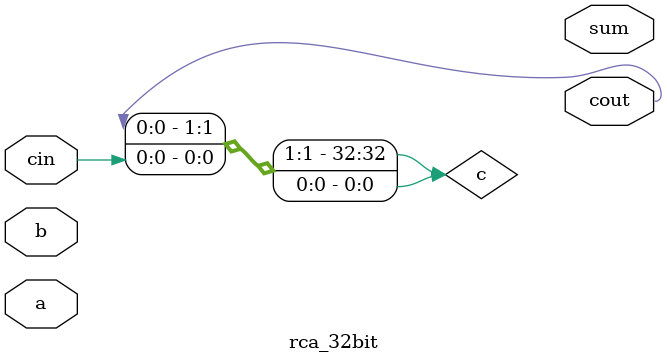
<source format=sv>
module full_adder (
    input  logic a,
    input  logic b,
    input  logic cin,
    output logic sum,
    output logic cout
);
    // TODO: Implement Full Adder Logic
    // assign sum = ...
    // assign cout = ...
endmodule

module rca_32bit (
    input  logic [31:0] a,
    input  logic [31:0] b,
    input  logic        cin,
    output logic [31:0] sum,
    output logic        cout
);

    logic [32:0] c; // Internal carry signals

    assign c[0] = cin;
    assign cout = c[32];

    genvar i;
    generate
        for (i = 0; i < 32; i++) begin : rca_loop
            // TODO: Instantiate Full Adder here
            // full_adder fa_inst (
            //     .a   ( ... ),
            //     .b   ( ... ),
            //     .cin ( ... ),
            //     .sum ( ... ),
            //     .cout( ... )
            // );
        end
    endgenerate

endmodule

</source>
